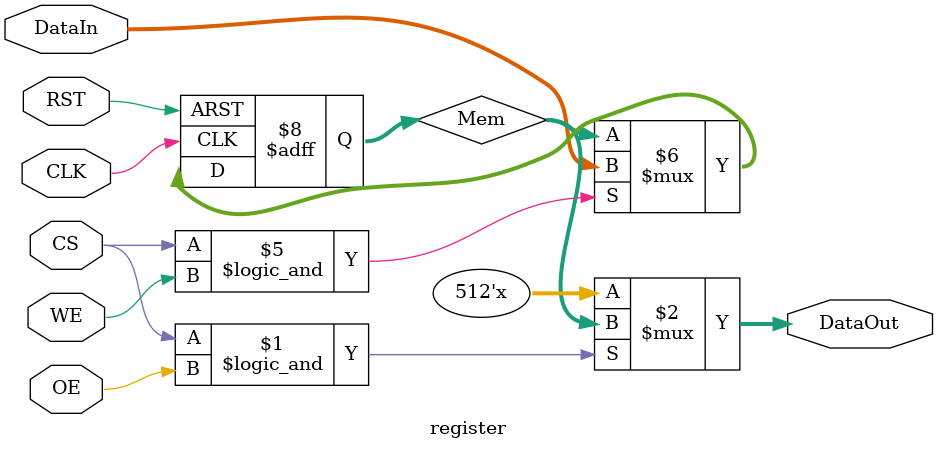
<source format=sv>
module register #(parameter WordSize = 512) (
  input [WordSize-1:0] DataIn, // data input
  input CS, WE, OE, CLK, RST, // control logic
  output reg [WordSize-1:0] DataOut // data output
);

  logic [WordSize-1:0] Mem;
  
  // Defining the high impedance statement and the data
  // if CS = 0 and OE = 0, this will output data.
  // otherwise high impedance
  assign DataOut = (CS && OE) ? Mem : 'z;
  
  // Data write statement
  always_ff @(posedge CLK or negedge RST) begin
    if (!RST) begin
      Mem <= '0; // Asynchronous reset when RST is deasserted
    end else if (CS && WE) begin
      Mem <= DataIn;
    end
  end
endmodule

</source>
